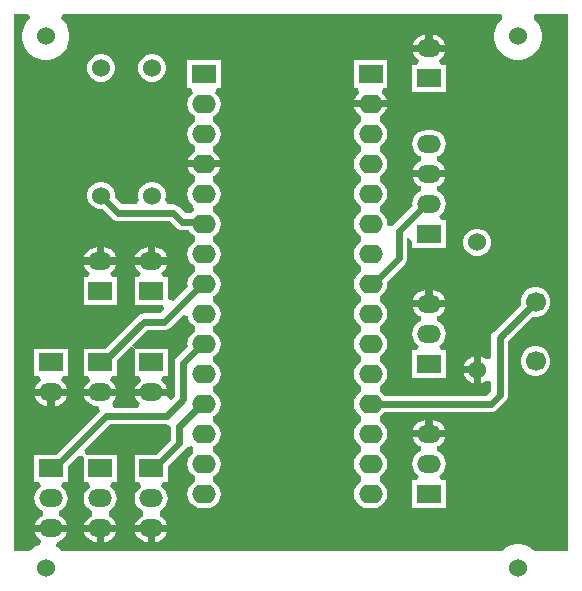
<source format=gbr>
G04*
G04 #@! TF.GenerationSoftware,Altium Limited,Altium Designer,25.8.1 (18)*
G04*
G04 Layer_Physical_Order=2*
G04 Layer_Color=16711680*
%FSLAX25Y25*%
%MOIN*%
G70*
G04*
G04 #@! TF.SameCoordinates,8EC05070-4222-424C-B7D2-10FEA1704A48*
G04*
G04*
G04 #@! TF.FilePolarity,Positive*
G04*
G01*
G75*
%ADD18C,0.02362*%
%ADD19O,0.07874X0.06299*%
%ADD20R,0.07874X0.06299*%
%ADD21O,0.07874X0.05906*%
%ADD22R,0.07874X0.05906*%
%ADD23C,0.06000*%
%ADD24C,0.06693*%
G36*
X504885Y297000D02*
X493663D01*
X493208Y297455D01*
X491919Y298316D01*
X490486Y298910D01*
X488965Y299213D01*
X487414D01*
X485892Y298910D01*
X484459Y298316D01*
X483170Y297455D01*
X482715Y297000D01*
X336183D01*
X335728Y297455D01*
X334438Y298316D01*
X334156Y298433D01*
X334369Y300050D01*
X334666Y300089D01*
X335768Y300545D01*
X336713Y301271D01*
X337439Y302217D01*
X337895Y303318D01*
X337895Y303319D01*
X332500D01*
X327105D01*
X327105Y303318D01*
X327561Y302217D01*
X328287Y301271D01*
X329094Y300651D01*
X329117Y300077D01*
X328853Y298998D01*
X328412Y298910D01*
X326979Y298316D01*
X325689Y297455D01*
X325235Y297000D01*
X320115D01*
Y476000D01*
X324920D01*
X325356Y475219D01*
X325494Y474425D01*
X324592Y473523D01*
X323731Y472234D01*
X323137Y470801D01*
X322835Y469279D01*
Y467728D01*
X323137Y466207D01*
X323731Y464774D01*
X324592Y463485D01*
X325689Y462388D01*
X326979Y461526D01*
X328412Y460932D01*
X329933Y460630D01*
X331484D01*
X333005Y460932D01*
X334438Y461526D01*
X335728Y462388D01*
X336825Y463485D01*
X337686Y464774D01*
X338280Y466207D01*
X338583Y467728D01*
Y469279D01*
X338280Y470801D01*
X337686Y472234D01*
X336825Y473523D01*
X335923Y474425D01*
X336062Y475219D01*
X336497Y476000D01*
X482400D01*
X482836Y475219D01*
X482975Y474425D01*
X482073Y473523D01*
X481211Y472234D01*
X480618Y470801D01*
X480315Y469279D01*
Y467728D01*
X480618Y466207D01*
X481211Y464774D01*
X482073Y463485D01*
X483170Y462388D01*
X484459Y461526D01*
X485892Y460932D01*
X487414Y460630D01*
X488965D01*
X490486Y460932D01*
X491919Y461526D01*
X493208Y462388D01*
X494305Y463485D01*
X495167Y464774D01*
X495760Y466207D01*
X496063Y467728D01*
Y469279D01*
X495760Y470801D01*
X495167Y472234D01*
X494305Y473523D01*
X493403Y474425D01*
X493542Y475219D01*
X493978Y476000D01*
X504885D01*
X504885Y297000D01*
D02*
G37*
%LPC*%
G36*
X459681Y469041D02*
Y465681D01*
X463895D01*
X463895Y465682D01*
X463439Y466783D01*
X462713Y467729D01*
X461768Y468455D01*
X460666Y468911D01*
X459681Y469041D01*
D02*
G37*
G36*
X457319D02*
X456334Y468911D01*
X455232Y468455D01*
X454287Y467729D01*
X453561Y466783D01*
X453105Y465682D01*
X453105Y465681D01*
X457319D01*
Y469041D01*
D02*
G37*
G36*
X366817Y462569D02*
X365613D01*
X364449Y462257D01*
X363406Y461654D01*
X362554Y460803D01*
X361952Y459760D01*
X361640Y458596D01*
Y457391D01*
X361952Y456228D01*
X362554Y455185D01*
X363406Y454333D01*
X364449Y453731D01*
X365613Y453419D01*
X366817D01*
X367981Y453731D01*
X369024Y454333D01*
X369876Y455185D01*
X370478Y456228D01*
X370790Y457391D01*
Y458596D01*
X370478Y459760D01*
X369876Y460803D01*
X369024Y461654D01*
X367981Y462257D01*
X366817Y462569D01*
D02*
G37*
G36*
X349817D02*
X348612D01*
X347449Y462257D01*
X346406Y461654D01*
X345554Y460803D01*
X344952Y459760D01*
X344640Y458596D01*
Y457391D01*
X344952Y456228D01*
X345554Y455185D01*
X346406Y454333D01*
X347449Y453731D01*
X348612Y453419D01*
X349817D01*
X350981Y453731D01*
X352024Y454333D01*
X352875Y455185D01*
X353478Y456228D01*
X353790Y457391D01*
Y458596D01*
X353478Y459760D01*
X352875Y460803D01*
X352024Y461654D01*
X350981Y462257D01*
X349817Y462569D01*
D02*
G37*
G36*
X463895Y463319D02*
X458500D01*
X453105D01*
X453105Y463318D01*
X453561Y462217D01*
X454287Y461271D01*
X455158Y460602D01*
X455170Y460441D01*
X454560Y459027D01*
X452988D01*
Y449972D01*
X464012D01*
Y459027D01*
X462440D01*
X461830Y460441D01*
X461842Y460602D01*
X462713Y461271D01*
X463439Y462217D01*
X463895Y463318D01*
X463895Y463319D01*
D02*
G37*
G36*
X444512Y460724D02*
X433488D01*
Y451276D01*
X434740D01*
X435275Y449701D01*
X434843Y449369D01*
X434086Y448383D01*
X433610Y447233D01*
X433603Y447181D01*
X439000D01*
X444397D01*
X444390Y447233D01*
X443914Y448383D01*
X443157Y449369D01*
X442725Y449701D01*
X443260Y451276D01*
X444512D01*
Y460724D01*
D02*
G37*
G36*
X389012D02*
X377988D01*
Y451276D01*
X379240D01*
X379775Y449701D01*
X379343Y449369D01*
X378586Y448383D01*
X378110Y447233D01*
X377947Y446000D01*
X378110Y444767D01*
X378586Y443617D01*
X379343Y442630D01*
X380330Y441873D01*
X380381Y441852D01*
Y440148D01*
X380330Y440127D01*
X379343Y439369D01*
X378586Y438383D01*
X378110Y437233D01*
X377947Y436000D01*
X378110Y434767D01*
X378586Y433617D01*
X379343Y432630D01*
X380330Y431873D01*
X380381Y431852D01*
Y430148D01*
X380330Y430127D01*
X379343Y429369D01*
X378586Y428383D01*
X378110Y427233D01*
X378103Y427181D01*
X383500D01*
X388897D01*
X388890Y427233D01*
X388414Y428383D01*
X387657Y429369D01*
X386670Y430127D01*
X386619Y430148D01*
Y431852D01*
X386670Y431873D01*
X387657Y432630D01*
X388414Y433617D01*
X388890Y434767D01*
X389053Y436000D01*
X388890Y437233D01*
X388414Y438383D01*
X387657Y439369D01*
X386670Y440127D01*
X386619Y440148D01*
Y441852D01*
X386670Y441873D01*
X387657Y442630D01*
X388414Y443617D01*
X388890Y444767D01*
X389053Y446000D01*
X388890Y447233D01*
X388414Y448383D01*
X387657Y449369D01*
X387225Y449701D01*
X387760Y451276D01*
X389012D01*
Y460724D01*
D02*
G37*
G36*
X459484Y437233D02*
X457516D01*
X456334Y437078D01*
X455232Y436622D01*
X454287Y435896D01*
X453561Y434950D01*
X453105Y433849D01*
X452949Y432667D01*
X453105Y431485D01*
X453561Y430383D01*
X454287Y429438D01*
X455232Y428712D01*
X455698Y428519D01*
Y426814D01*
X455232Y426621D01*
X454287Y425896D01*
X453561Y424950D01*
X453105Y423849D01*
X453105Y423848D01*
X458500D01*
X463895D01*
X463895Y423849D01*
X463439Y424950D01*
X462713Y425896D01*
X461768Y426621D01*
X461302Y426814D01*
Y428519D01*
X461768Y428712D01*
X462713Y429438D01*
X463439Y430383D01*
X463895Y431485D01*
X464051Y432667D01*
X463895Y433849D01*
X463439Y434950D01*
X462713Y435896D01*
X461768Y436622D01*
X460666Y437078D01*
X459484Y437233D01*
D02*
G37*
G36*
X388897Y424819D02*
X383500D01*
X378103D01*
X378110Y424767D01*
X378586Y423617D01*
X379343Y422631D01*
X380330Y421873D01*
X380381Y421852D01*
Y420148D01*
X380330Y420127D01*
X379343Y419370D01*
X378586Y418383D01*
X378110Y417233D01*
X377947Y416000D01*
X378110Y414767D01*
X378586Y413617D01*
X379343Y412631D01*
X379955Y412161D01*
X380030Y410589D01*
X379986Y410397D01*
X379060Y409533D01*
X377334D01*
X375184Y411684D01*
X374608Y412125D01*
X373938Y412403D01*
X373218Y412498D01*
X371597D01*
X371116Y413018D01*
X370575Y414073D01*
X370790Y414872D01*
Y416076D01*
X370478Y417240D01*
X369876Y418283D01*
X369024Y419135D01*
X367981Y419737D01*
X366817Y420049D01*
X365613D01*
X364449Y419737D01*
X363406Y419135D01*
X362554Y418283D01*
X361952Y417240D01*
X361640Y416076D01*
Y414872D01*
X361854Y414073D01*
X361313Y413018D01*
X360832Y412498D01*
X356122D01*
X353781Y414839D01*
X353790Y414872D01*
Y416076D01*
X353478Y417240D01*
X352875Y418283D01*
X352024Y419135D01*
X350981Y419737D01*
X349817Y420049D01*
X348612D01*
X347449Y419737D01*
X346406Y419135D01*
X345554Y418283D01*
X344952Y417240D01*
X344640Y416076D01*
Y414872D01*
X344952Y413708D01*
X345554Y412665D01*
X346406Y411813D01*
X347449Y411211D01*
X348612Y410899D01*
X349817D01*
X349850Y410908D01*
X353005Y407753D01*
X353581Y407311D01*
X354251Y407033D01*
X354971Y406938D01*
X372067D01*
X374217Y404788D01*
X374793Y404346D01*
X375464Y404068D01*
X376183Y403974D01*
X378438D01*
X378586Y403617D01*
X379343Y402631D01*
X380330Y401873D01*
X380381Y401852D01*
Y400148D01*
X380330Y400127D01*
X379343Y399370D01*
X378586Y398383D01*
X378110Y397233D01*
X377947Y396000D01*
X378110Y394767D01*
X378586Y393617D01*
X379343Y392631D01*
X380330Y391873D01*
X380381Y391852D01*
Y390148D01*
X380330Y390127D01*
X379343Y389370D01*
X378586Y388383D01*
X378110Y387233D01*
X377947Y386000D01*
X378045Y385263D01*
X373015Y380234D01*
X371441Y380886D01*
Y388173D01*
X369869D01*
X369259Y389586D01*
X369271Y389748D01*
X370142Y390416D01*
X370868Y391362D01*
X371324Y392463D01*
X371324Y392464D01*
X365929D01*
X360533D01*
X360534Y392463D01*
X360990Y391362D01*
X361716Y390416D01*
X362587Y389748D01*
X362599Y389586D01*
X361988Y388173D01*
X360417D01*
Y379118D01*
X369672D01*
X370324Y377543D01*
X368982Y376200D01*
X363511D01*
X362792Y376105D01*
X362121Y375828D01*
X361545Y375386D01*
X350510Y364350D01*
X343417D01*
Y355295D01*
X344988D01*
X345599Y353881D01*
X345587Y353720D01*
X344716Y353052D01*
X343990Y352106D01*
X343534Y351005D01*
X343533Y351004D01*
X348929D01*
X354324D01*
X354324Y351005D01*
X353868Y352106D01*
X353142Y353052D01*
X352271Y353720D01*
X352259Y353881D01*
X352869Y355295D01*
X354441D01*
Y360419D01*
X359175Y365153D01*
X360417Y364168D01*
Y355295D01*
X361988D01*
X362599Y353881D01*
X362587Y353720D01*
X361716Y353052D01*
X360990Y352106D01*
X360534Y351005D01*
X360533Y351004D01*
X365929D01*
X371324D01*
X371324Y351005D01*
X370868Y352106D01*
X370142Y353052D01*
X369271Y353720D01*
X369259Y353881D01*
X369869Y355295D01*
X371441D01*
Y364350D01*
X360599D01*
X359614Y365592D01*
X364662Y370641D01*
X370133D01*
X370852Y370736D01*
X371523Y371013D01*
X372099Y371455D01*
X376392Y375748D01*
X378055Y375184D01*
X378110Y374767D01*
X378586Y373617D01*
X379343Y372631D01*
X380330Y371873D01*
X380381Y371852D01*
Y370148D01*
X380330Y370127D01*
X379343Y369370D01*
X378586Y368383D01*
X378110Y367233D01*
X377947Y366000D01*
X378045Y365263D01*
X374514Y361733D01*
X374072Y361157D01*
X373795Y360487D01*
X373700Y359767D01*
Y348631D01*
X372547Y347478D01*
X371212Y348370D01*
X371324Y348641D01*
X371324Y348641D01*
X365929D01*
X360533D01*
X360534Y348641D01*
X360990Y347539D01*
X361716Y346593D01*
X362027Y346355D01*
X361492Y344780D01*
X353365D01*
X352831Y346355D01*
X353142Y346593D01*
X353868Y347539D01*
X354324Y348641D01*
X354324Y348641D01*
X348929D01*
X343533D01*
X343534Y348641D01*
X343990Y347539D01*
X344716Y346593D01*
X345661Y345868D01*
X346763Y345411D01*
X347945Y345256D01*
X348113D01*
X348457Y344766D01*
X348734Y343681D01*
X334081Y329028D01*
X326988D01*
Y319972D01*
X328559D01*
X329170Y318559D01*
X329158Y318398D01*
X328287Y317729D01*
X327561Y316783D01*
X327105Y315682D01*
X326949Y314500D01*
X327105Y313318D01*
X327561Y312217D01*
X328287Y311271D01*
X329232Y310545D01*
X329698Y310352D01*
Y308648D01*
X329232Y308455D01*
X328287Y307729D01*
X327561Y306783D01*
X327105Y305682D01*
X327105Y305681D01*
X332500D01*
X337895D01*
X337895Y305682D01*
X337439Y306783D01*
X336713Y307729D01*
X335768Y308455D01*
X335302Y308648D01*
Y310352D01*
X335768Y310545D01*
X336713Y311271D01*
X337439Y312217D01*
X337895Y313318D01*
X338051Y314500D01*
X337895Y315682D01*
X337439Y316783D01*
X336713Y317729D01*
X335842Y318398D01*
X335830Y318559D01*
X336440Y319972D01*
X338012D01*
Y325097D01*
X341842Y328927D01*
X343417Y328275D01*
X343417Y327765D01*
Y319972D01*
X344988D01*
X345599Y318559D01*
X345587Y318398D01*
X344716Y317729D01*
X343990Y316783D01*
X343534Y315682D01*
X343378Y314500D01*
X343534Y313318D01*
X343990Y312217D01*
X344716Y311271D01*
X345661Y310545D01*
X346127Y310352D01*
Y308648D01*
X345661Y308455D01*
X344716Y307729D01*
X343990Y306783D01*
X343534Y305682D01*
X343533Y305681D01*
X348929D01*
X354324D01*
X354324Y305682D01*
X353868Y306783D01*
X353142Y307729D01*
X352197Y308455D01*
X351731Y308648D01*
Y310352D01*
X352197Y310545D01*
X353142Y311271D01*
X353868Y312217D01*
X354324Y313318D01*
X354480Y314500D01*
X354324Y315682D01*
X353868Y316783D01*
X353142Y317729D01*
X352271Y318398D01*
X352259Y318559D01*
X352869Y319972D01*
X354441D01*
Y329028D01*
X344722D01*
X344170Y329028D01*
X343518Y330602D01*
X352136Y339220D01*
X371000D01*
X371035Y339225D01*
X371464Y339050D01*
X372340Y338286D01*
X372542Y337951D01*
Y334060D01*
X367510Y329028D01*
X360417D01*
Y319972D01*
X361988D01*
X362599Y318559D01*
X362587Y318398D01*
X361716Y317729D01*
X360990Y316783D01*
X360534Y315682D01*
X360378Y314500D01*
X360534Y313318D01*
X360990Y312217D01*
X361716Y311271D01*
X362661Y310545D01*
X363127Y310352D01*
Y308648D01*
X362661Y308455D01*
X361716Y307729D01*
X360990Y306783D01*
X360534Y305682D01*
X360533Y305681D01*
X365929D01*
X371324D01*
X371324Y305682D01*
X370868Y306783D01*
X370142Y307729D01*
X369197Y308455D01*
X368731Y308648D01*
Y310352D01*
X369197Y310545D01*
X370142Y311271D01*
X370868Y312217D01*
X371324Y313318D01*
X371480Y314500D01*
X371324Y315682D01*
X370868Y316783D01*
X370142Y317729D01*
X369271Y318398D01*
X369259Y318559D01*
X369869Y319972D01*
X371441D01*
Y325097D01*
X377288Y330943D01*
X377729Y331519D01*
X377753Y331577D01*
X379353Y332034D01*
X379866Y331603D01*
X379946Y331350D01*
X379900Y329797D01*
X379343Y329369D01*
X378586Y328383D01*
X378110Y327233D01*
X377947Y326000D01*
X378110Y324767D01*
X378586Y323617D01*
X379343Y322631D01*
X380330Y321873D01*
X380381Y321852D01*
Y320148D01*
X380330Y320127D01*
X379343Y319370D01*
X378586Y318383D01*
X378110Y317233D01*
X377947Y316000D01*
X378110Y314767D01*
X378586Y313617D01*
X379343Y312631D01*
X380330Y311873D01*
X381479Y311397D01*
X382713Y311235D01*
X384287D01*
X385521Y311397D01*
X386670Y311873D01*
X387657Y312631D01*
X388414Y313617D01*
X388890Y314767D01*
X389053Y316000D01*
X388890Y317233D01*
X388414Y318383D01*
X387657Y319370D01*
X386670Y320127D01*
X386619Y320148D01*
Y321852D01*
X386670Y321873D01*
X387657Y322631D01*
X388414Y323617D01*
X388890Y324767D01*
X389053Y326000D01*
X388890Y327233D01*
X388414Y328383D01*
X387657Y329369D01*
X386670Y330127D01*
X386619Y330148D01*
Y331852D01*
X386670Y331873D01*
X387657Y332630D01*
X388414Y333617D01*
X388890Y334767D01*
X389053Y336000D01*
X388890Y337233D01*
X388414Y338383D01*
X387657Y339370D01*
X386670Y340127D01*
X386619Y340148D01*
Y341852D01*
X386670Y341873D01*
X387657Y342631D01*
X388414Y343617D01*
X388890Y344767D01*
X389053Y346000D01*
X388890Y347233D01*
X388414Y348383D01*
X387657Y349370D01*
X386670Y350127D01*
X386619Y350148D01*
Y351852D01*
X386670Y351873D01*
X387657Y352630D01*
X388414Y353617D01*
X388890Y354767D01*
X389053Y356000D01*
X388890Y357233D01*
X388414Y358383D01*
X387657Y359369D01*
X386670Y360127D01*
X386619Y360148D01*
Y361852D01*
X386670Y361873D01*
X387657Y362631D01*
X388414Y363617D01*
X388890Y364767D01*
X389053Y366000D01*
X388890Y367233D01*
X388414Y368383D01*
X387657Y369370D01*
X386670Y370127D01*
X386619Y370148D01*
Y371852D01*
X386670Y371873D01*
X387657Y372631D01*
X388414Y373617D01*
X388890Y374767D01*
X389053Y376000D01*
X388890Y377233D01*
X388414Y378383D01*
X387657Y379369D01*
X386670Y380127D01*
X386619Y380148D01*
Y381852D01*
X386670Y381873D01*
X387657Y382630D01*
X388414Y383617D01*
X388890Y384767D01*
X389053Y386000D01*
X388890Y387233D01*
X388414Y388383D01*
X387657Y389370D01*
X386670Y390127D01*
X386619Y390148D01*
Y391852D01*
X386670Y391873D01*
X387657Y392631D01*
X388414Y393617D01*
X388890Y394767D01*
X389053Y396000D01*
X388890Y397233D01*
X388414Y398383D01*
X387657Y399370D01*
X386670Y400127D01*
X386619Y400148D01*
Y401852D01*
X386670Y401873D01*
X387657Y402631D01*
X388414Y403617D01*
X388890Y404767D01*
X389053Y406000D01*
X388890Y407233D01*
X388414Y408383D01*
X387657Y409370D01*
X386670Y410127D01*
X386619Y410148D01*
Y411852D01*
X386670Y411873D01*
X387657Y412631D01*
X388414Y413617D01*
X388890Y414767D01*
X389053Y416000D01*
X388890Y417233D01*
X388414Y418383D01*
X387657Y419370D01*
X386670Y420127D01*
X386619Y420148D01*
Y421852D01*
X386670Y421873D01*
X387657Y422631D01*
X388414Y423617D01*
X388890Y424767D01*
X388897Y424819D01*
D02*
G37*
G36*
X444397Y444819D02*
X439000D01*
X433603D01*
X433610Y444767D01*
X434086Y443617D01*
X434843Y442630D01*
X435830Y441873D01*
X435881Y441852D01*
Y440148D01*
X435830Y440127D01*
X434843Y439369D01*
X434086Y438383D01*
X433610Y437233D01*
X433447Y436000D01*
X433610Y434767D01*
X434086Y433617D01*
X434843Y432630D01*
X435830Y431873D01*
X435881Y431852D01*
Y430148D01*
X435830Y430127D01*
X434843Y429369D01*
X434086Y428383D01*
X433610Y427233D01*
X433447Y426000D01*
X433610Y424767D01*
X434086Y423617D01*
X434843Y422631D01*
X435830Y421873D01*
X435881Y421852D01*
Y420148D01*
X435830Y420127D01*
X434843Y419370D01*
X434086Y418383D01*
X433610Y417233D01*
X433447Y416000D01*
X433610Y414767D01*
X434086Y413617D01*
X434843Y412631D01*
X435830Y411873D01*
X435881Y411852D01*
Y410148D01*
X435830Y410127D01*
X434843Y409370D01*
X434086Y408383D01*
X433610Y407233D01*
X433447Y406000D01*
X433610Y404767D01*
X434086Y403617D01*
X434843Y402631D01*
X435830Y401873D01*
X435881Y401852D01*
Y400148D01*
X435830Y400127D01*
X434843Y399370D01*
X434086Y398383D01*
X433610Y397233D01*
X433447Y396000D01*
X433610Y394767D01*
X434086Y393617D01*
X434843Y392631D01*
X435830Y391873D01*
X435881Y391852D01*
Y390148D01*
X435830Y390127D01*
X434843Y389370D01*
X434086Y388383D01*
X433610Y387233D01*
X433447Y386000D01*
X433610Y384767D01*
X434086Y383617D01*
X434843Y382630D01*
X435830Y381873D01*
X435881Y381852D01*
Y380148D01*
X435830Y380127D01*
X434843Y379369D01*
X434086Y378383D01*
X433610Y377233D01*
X433447Y376000D01*
X433610Y374767D01*
X434086Y373617D01*
X434843Y372631D01*
X435830Y371873D01*
X435881Y371852D01*
Y370148D01*
X435830Y370127D01*
X434843Y369370D01*
X434086Y368383D01*
X433610Y367233D01*
X433447Y366000D01*
X433610Y364767D01*
X434086Y363617D01*
X434843Y362631D01*
X435830Y361873D01*
X435881Y361852D01*
Y360148D01*
X435830Y360127D01*
X434843Y359369D01*
X434086Y358383D01*
X433610Y357233D01*
X433447Y356000D01*
X433610Y354767D01*
X434086Y353617D01*
X434843Y352630D01*
X435830Y351873D01*
X435881Y351852D01*
Y350148D01*
X435830Y350127D01*
X434843Y349370D01*
X434086Y348383D01*
X433610Y347233D01*
X433447Y346000D01*
X433610Y344767D01*
X434086Y343617D01*
X434843Y342631D01*
X435830Y341873D01*
X435881Y341852D01*
Y340148D01*
X435830Y340127D01*
X434843Y339370D01*
X434086Y338383D01*
X433610Y337233D01*
X433447Y336000D01*
X433610Y334767D01*
X434086Y333617D01*
X434843Y332630D01*
X435830Y331873D01*
X435881Y331852D01*
Y330148D01*
X435830Y330127D01*
X434843Y329369D01*
X434086Y328383D01*
X433610Y327233D01*
X433447Y326000D01*
X433610Y324767D01*
X434086Y323617D01*
X434843Y322631D01*
X435830Y321873D01*
X435881Y321852D01*
Y320148D01*
X435830Y320127D01*
X434843Y319370D01*
X434086Y318383D01*
X433610Y317233D01*
X433447Y316000D01*
X433610Y314767D01*
X434086Y313617D01*
X434843Y312631D01*
X435830Y311873D01*
X436979Y311397D01*
X438213Y311235D01*
X439787D01*
X441021Y311397D01*
X442170Y311873D01*
X443157Y312631D01*
X443914Y313617D01*
X444390Y314767D01*
X444553Y316000D01*
X444390Y317233D01*
X443914Y318383D01*
X443157Y319370D01*
X442170Y320127D01*
X442119Y320148D01*
Y321852D01*
X442170Y321873D01*
X443157Y322631D01*
X443914Y323617D01*
X444390Y324767D01*
X444553Y326000D01*
X444390Y327233D01*
X443914Y328383D01*
X443157Y329369D01*
X442170Y330127D01*
X442119Y330148D01*
Y331852D01*
X442170Y331873D01*
X443157Y332630D01*
X443914Y333617D01*
X444390Y334767D01*
X444553Y336000D01*
X444390Y337233D01*
X443914Y338383D01*
X443157Y339370D01*
X442170Y340127D01*
X442119Y340148D01*
Y341852D01*
X442170Y341873D01*
X443157Y342631D01*
X443610Y343220D01*
X479000D01*
X479719Y343315D01*
X480390Y343593D01*
X480966Y344035D01*
X483965Y347035D01*
X484407Y347610D01*
X484685Y348281D01*
X484780Y349000D01*
Y366965D01*
X484866Y367051D01*
X484966Y367093D01*
X485542Y367534D01*
X493082Y375075D01*
X493352Y375003D01*
X494648D01*
X495899Y375338D01*
X497022Y375986D01*
X497938Y376902D01*
X498586Y378024D01*
X498921Y379276D01*
Y380572D01*
X498586Y381823D01*
X497938Y382946D01*
X497022Y383862D01*
X495899Y384510D01*
X494648Y384845D01*
X493352D01*
X492100Y384510D01*
X490978Y383862D01*
X490062Y382946D01*
X489414Y381823D01*
X489079Y380572D01*
Y379276D01*
X489151Y379006D01*
X482094Y371949D01*
X481994Y371907D01*
X481418Y371465D01*
X480034Y370082D01*
X479593Y369506D01*
X479315Y368836D01*
X479220Y368116D01*
Y361344D01*
X477645Y360692D01*
X477337Y361000D01*
X476294Y361603D01*
X475709Y361759D01*
Y357340D01*
Y352920D01*
X476294Y353077D01*
X477337Y353679D01*
X477645Y353988D01*
X479220Y353335D01*
Y350151D01*
X477849Y348780D01*
X443610D01*
X443157Y349370D01*
X442170Y350127D01*
X442119Y350148D01*
Y351852D01*
X442170Y351873D01*
X443157Y352630D01*
X443914Y353617D01*
X444390Y354767D01*
X444553Y356000D01*
X444390Y357233D01*
X443914Y358383D01*
X443157Y359369D01*
X442170Y360127D01*
X442119Y360148D01*
Y361852D01*
X442170Y361873D01*
X443157Y362631D01*
X443914Y363617D01*
X444390Y364767D01*
X444553Y366000D01*
X444390Y367233D01*
X443914Y368383D01*
X443157Y369370D01*
X442170Y370127D01*
X442119Y370148D01*
Y371852D01*
X442170Y371873D01*
X443157Y372631D01*
X443914Y373617D01*
X444390Y374767D01*
X444553Y376000D01*
X444390Y377233D01*
X443914Y378383D01*
X443157Y379369D01*
X442170Y380127D01*
X442119Y380148D01*
Y381852D01*
X442170Y381873D01*
X443157Y382630D01*
X443914Y383617D01*
X444390Y384767D01*
X444553Y386000D01*
X444455Y386737D01*
X450464Y392746D01*
X450906Y393321D01*
X451184Y393992D01*
X451278Y394711D01*
Y401154D01*
X451413Y401244D01*
X452988Y400402D01*
Y398139D01*
X464012D01*
Y407194D01*
X462440D01*
X461830Y408608D01*
X461842Y408769D01*
X462713Y409438D01*
X463439Y410383D01*
X463895Y411485D01*
X464051Y412667D01*
X463895Y413849D01*
X463439Y414950D01*
X462713Y415896D01*
X461768Y416621D01*
X461302Y416814D01*
Y418519D01*
X461768Y418712D01*
X462713Y419438D01*
X463439Y420383D01*
X463895Y421485D01*
X463895Y421486D01*
X458500D01*
X453105D01*
X453105Y421485D01*
X453561Y420383D01*
X454287Y419438D01*
X455232Y418712D01*
X455698Y418519D01*
Y416814D01*
X455232Y416621D01*
X454287Y415896D01*
X453561Y414950D01*
X453105Y413849D01*
X452949Y412667D01*
X453023Y412105D01*
X446533Y405615D01*
X446092Y405040D01*
X446006Y404979D01*
X444485Y405484D01*
X444553Y406000D01*
X444390Y407233D01*
X443914Y408383D01*
X443157Y409370D01*
X442170Y410127D01*
X442119Y410148D01*
Y411852D01*
X442170Y411873D01*
X443157Y412631D01*
X443914Y413617D01*
X444390Y414767D01*
X444553Y416000D01*
X444390Y417233D01*
X443914Y418383D01*
X443157Y419370D01*
X442170Y420127D01*
X442119Y420148D01*
Y421852D01*
X442170Y421873D01*
X443157Y422631D01*
X443914Y423617D01*
X444390Y424767D01*
X444553Y426000D01*
X444390Y427233D01*
X443914Y428383D01*
X443157Y429369D01*
X442170Y430127D01*
X442119Y430148D01*
Y431852D01*
X442170Y431873D01*
X443157Y432630D01*
X443914Y433617D01*
X444390Y434767D01*
X444553Y436000D01*
X444390Y437233D01*
X443914Y438383D01*
X443157Y439369D01*
X442170Y440127D01*
X442119Y440148D01*
Y441852D01*
X442170Y441873D01*
X443157Y442630D01*
X443914Y443617D01*
X444390Y444767D01*
X444397Y444819D01*
D02*
G37*
G36*
X475130Y404434D02*
X473925D01*
X472762Y404122D01*
X471719Y403520D01*
X470867Y402668D01*
X470265Y401625D01*
X469953Y400462D01*
Y399257D01*
X470265Y398094D01*
X470867Y397050D01*
X471719Y396199D01*
X472762Y395596D01*
X473925Y395285D01*
X475130D01*
X476294Y395596D01*
X477337Y396199D01*
X478189Y397050D01*
X478791Y398094D01*
X479103Y399257D01*
Y400462D01*
X478791Y401625D01*
X478189Y402668D01*
X477337Y403520D01*
X476294Y404122D01*
X475130Y404434D01*
D02*
G37*
G36*
X367110Y398186D02*
Y394826D01*
X371324D01*
X371324Y394827D01*
X370868Y395929D01*
X370142Y396874D01*
X369197Y397600D01*
X368095Y398056D01*
X367110Y398186D01*
D02*
G37*
G36*
X350110D02*
Y394826D01*
X354324D01*
X354324Y394827D01*
X353868Y395929D01*
X353142Y396874D01*
X352197Y397600D01*
X351095Y398056D01*
X350110Y398186D01*
D02*
G37*
G36*
X364748Y398186D02*
X363763Y398056D01*
X362661Y397600D01*
X361716Y396874D01*
X360990Y395929D01*
X360534Y394827D01*
X360533Y394826D01*
X364748D01*
Y398186D01*
D02*
G37*
G36*
X347748D02*
X346763Y398056D01*
X345661Y397600D01*
X344716Y396874D01*
X343990Y395929D01*
X343534Y394827D01*
X343533Y394826D01*
X347748D01*
Y398186D01*
D02*
G37*
G36*
X459681Y383874D02*
Y380514D01*
X463895D01*
X463895Y380515D01*
X463439Y381617D01*
X462713Y382562D01*
X461768Y383288D01*
X460666Y383744D01*
X459681Y383874D01*
D02*
G37*
G36*
X457319Y383874D02*
X456334Y383744D01*
X455232Y383288D01*
X454287Y382562D01*
X453561Y381617D01*
X453105Y380515D01*
X453105Y380514D01*
X457319D01*
Y383874D01*
D02*
G37*
G36*
X354324Y392464D02*
X348929D01*
X343533D01*
X343534Y392463D01*
X343990Y391362D01*
X344716Y390416D01*
X345587Y389748D01*
X345599Y389586D01*
X344988Y388173D01*
X343417D01*
Y379118D01*
X354441D01*
Y388173D01*
X352869D01*
X352259Y389586D01*
X352271Y389748D01*
X353142Y390416D01*
X353868Y391362D01*
X354324Y392463D01*
X354324Y392464D01*
D02*
G37*
G36*
X473347Y361759D02*
X472762Y361603D01*
X471719Y361000D01*
X470867Y360149D01*
X470265Y359105D01*
X470108Y358521D01*
X473347D01*
Y361759D01*
D02*
G37*
G36*
X494648Y365160D02*
X493352D01*
X492100Y364825D01*
X490978Y364177D01*
X490062Y363261D01*
X489414Y362138D01*
X489079Y360887D01*
Y359591D01*
X489414Y358339D01*
X490062Y357217D01*
X490978Y356301D01*
X492100Y355653D01*
X493352Y355318D01*
X494648D01*
X495899Y355653D01*
X497022Y356301D01*
X497938Y357217D01*
X498586Y358339D01*
X498921Y359591D01*
Y360887D01*
X498586Y362138D01*
X497938Y363261D01*
X497022Y364177D01*
X495899Y364825D01*
X494648Y365160D01*
D02*
G37*
G36*
X463895Y378152D02*
X458500D01*
X453105D01*
X453105Y378151D01*
X453561Y377050D01*
X454287Y376104D01*
X455232Y375378D01*
X455698Y375186D01*
Y373481D01*
X455232Y373288D01*
X454287Y372562D01*
X453561Y371617D01*
X453105Y370515D01*
X452949Y369333D01*
X453105Y368151D01*
X453561Y367050D01*
X454287Y366104D01*
X455158Y365436D01*
X455170Y365275D01*
X454560Y363861D01*
X452988D01*
Y354806D01*
X464012D01*
Y363861D01*
X462440D01*
X461830Y365275D01*
X461842Y365436D01*
X462713Y366104D01*
X463439Y367050D01*
X463895Y368151D01*
X464051Y369333D01*
X463895Y370515D01*
X463439Y371617D01*
X462713Y372562D01*
X461768Y373288D01*
X461302Y373481D01*
Y375186D01*
X461768Y375378D01*
X462713Y376104D01*
X463439Y377050D01*
X463895Y378151D01*
X463895Y378152D01*
D02*
G37*
G36*
X473347Y356159D02*
X470108D01*
X470265Y355574D01*
X470867Y354531D01*
X471719Y353679D01*
X472762Y353077D01*
X473347Y352920D01*
Y356159D01*
D02*
G37*
G36*
X338012Y364350D02*
X326988D01*
Y355295D01*
X328559D01*
X329170Y353881D01*
X329158Y353720D01*
X328287Y353052D01*
X327561Y352106D01*
X327105Y351005D01*
X327105Y351004D01*
X332500D01*
X337895D01*
X337895Y351005D01*
X337439Y352106D01*
X336713Y353052D01*
X335842Y353720D01*
X335830Y353881D01*
X336440Y355295D01*
X338012D01*
Y364350D01*
D02*
G37*
G36*
X337895Y348641D02*
X333681D01*
Y345282D01*
X334666Y345411D01*
X335768Y345868D01*
X336713Y346593D01*
X337439Y347539D01*
X337895Y348641D01*
X337895Y348641D01*
D02*
G37*
G36*
X331319D02*
X327105D01*
X327105Y348641D01*
X327561Y347539D01*
X328287Y346593D01*
X329232Y345868D01*
X330334Y345411D01*
X331319Y345282D01*
Y348641D01*
D02*
G37*
G36*
X459681Y340541D02*
Y337181D01*
X463895D01*
X463895Y337182D01*
X463439Y338283D01*
X462713Y339229D01*
X461768Y339955D01*
X460666Y340411D01*
X459681Y340541D01*
D02*
G37*
G36*
X457319D02*
X456334Y340411D01*
X455232Y339955D01*
X454287Y339229D01*
X453561Y338283D01*
X453105Y337182D01*
X453105Y337181D01*
X457319D01*
Y340541D01*
D02*
G37*
G36*
X463895Y334819D02*
X458500D01*
X453105D01*
X453105Y334818D01*
X453561Y333717D01*
X454287Y332771D01*
X455232Y332045D01*
X455698Y331852D01*
Y330148D01*
X455232Y329955D01*
X454287Y329229D01*
X453561Y328283D01*
X453105Y327182D01*
X452949Y326000D01*
X453105Y324818D01*
X453561Y323717D01*
X454287Y322771D01*
X455158Y322102D01*
X455170Y321941D01*
X454560Y320528D01*
X452988D01*
Y311472D01*
X464012D01*
Y320528D01*
X462440D01*
X461830Y321941D01*
X461842Y322102D01*
X462713Y322771D01*
X463439Y323717D01*
X463895Y324818D01*
X464051Y326000D01*
X463895Y327182D01*
X463439Y328283D01*
X462713Y329229D01*
X461768Y329955D01*
X461302Y330148D01*
Y331852D01*
X461768Y332045D01*
X462713Y332771D01*
X463439Y333717D01*
X463895Y334818D01*
X463895Y334819D01*
D02*
G37*
G36*
X371324Y303319D02*
X367110D01*
Y299959D01*
X368095Y300089D01*
X369197Y300545D01*
X370142Y301271D01*
X370868Y302217D01*
X371324Y303318D01*
X371324Y303319D01*
D02*
G37*
G36*
X354324D02*
X350110D01*
Y299959D01*
X351095Y300089D01*
X352197Y300545D01*
X353142Y301271D01*
X353868Y302217D01*
X354324Y303318D01*
X354324Y303319D01*
D02*
G37*
G36*
X364748D02*
X360533D01*
X360534Y303318D01*
X360990Y302217D01*
X361716Y301271D01*
X362661Y300545D01*
X363763Y300089D01*
X364748Y299959D01*
Y303319D01*
D02*
G37*
G36*
X347748D02*
X343533D01*
X343534Y303318D01*
X343990Y302217D01*
X344716Y301271D01*
X345661Y300545D01*
X346763Y300089D01*
X347748Y299959D01*
Y303319D01*
D02*
G37*
%LPD*%
D18*
X382713Y366000D02*
X383500D01*
X376480Y359767D02*
X382713Y366000D01*
X376480Y347480D02*
Y359767D01*
X371000Y342000D02*
X376480Y347480D01*
X350984Y342000D02*
X371000D01*
X333484Y324500D02*
X350984Y342000D01*
X332500Y324500D02*
X333484D01*
X382713Y346000D02*
X383500D01*
X375322Y338610D02*
X382713Y346000D01*
X375322Y332909D02*
Y338610D01*
X366913Y324500D02*
X375322Y332909D01*
X365929Y324500D02*
X366913D01*
X382713Y386000D02*
X383500D01*
X370133Y373421D02*
X382713Y386000D01*
X363511Y373421D02*
X370133D01*
X349913Y359823D02*
X363511Y373421D01*
X348929Y359823D02*
X349913D01*
X348500Y359000D02*
X348929Y359429D01*
Y359823D01*
X382747Y406753D02*
X383500Y406000D01*
X376183Y406753D02*
X382747D01*
X373218Y409718D02*
X376183Y406753D01*
X354971Y409718D02*
X373218D01*
X349215Y415474D02*
X354971Y409718D01*
X439000Y346000D02*
X479000D01*
X482000Y349000D01*
Y368116D01*
X483384Y369500D01*
X483576D01*
X493500Y379424D01*
Y380000D01*
X493576Y379924D01*
X494000D01*
X439000Y386000D02*
X439787D01*
X448499Y394711D01*
Y403650D01*
X457516Y412667D01*
X458500D01*
D19*
X439000Y316000D02*
D03*
Y326000D02*
D03*
Y336000D02*
D03*
Y346000D02*
D03*
Y356000D02*
D03*
Y366000D02*
D03*
Y376000D02*
D03*
Y386000D02*
D03*
Y396000D02*
D03*
Y406000D02*
D03*
Y416000D02*
D03*
Y426000D02*
D03*
Y436000D02*
D03*
Y446000D02*
D03*
X383500Y316000D02*
D03*
Y326000D02*
D03*
Y336000D02*
D03*
Y346000D02*
D03*
Y356000D02*
D03*
Y366000D02*
D03*
Y376000D02*
D03*
Y386000D02*
D03*
Y396000D02*
D03*
Y406000D02*
D03*
Y416000D02*
D03*
Y426000D02*
D03*
Y436000D02*
D03*
Y446000D02*
D03*
D20*
X439000Y456000D02*
D03*
X383500D02*
D03*
D21*
X458500Y464500D02*
D03*
X332500Y304500D02*
D03*
Y314500D02*
D03*
X458500Y336000D02*
D03*
Y326000D02*
D03*
Y379333D02*
D03*
Y369333D02*
D03*
X348929Y304500D02*
D03*
Y314500D02*
D03*
X365929Y349823D02*
D03*
X348929D02*
D03*
X332500D02*
D03*
X365929Y393645D02*
D03*
X348929D02*
D03*
X458500Y412667D02*
D03*
Y422667D02*
D03*
Y432667D02*
D03*
X365929Y304500D02*
D03*
Y314500D02*
D03*
D22*
X458500Y454500D02*
D03*
X332500Y324500D02*
D03*
X458500Y316000D02*
D03*
Y359333D02*
D03*
X348929Y324500D02*
D03*
X365929Y359823D02*
D03*
X348929D02*
D03*
X332500D02*
D03*
X365929Y383645D02*
D03*
X348929D02*
D03*
X458500Y402667D02*
D03*
X365929Y324500D02*
D03*
D23*
X488189Y291339D02*
D03*
Y468504D02*
D03*
X330709Y291339D02*
D03*
Y468504D02*
D03*
X474528Y399859D02*
D03*
Y357340D02*
D03*
X366215Y457994D02*
D03*
Y415474D02*
D03*
X349215Y457994D02*
D03*
Y415474D02*
D03*
D24*
X494000Y360239D02*
D03*
Y379924D02*
D03*
M02*

</source>
